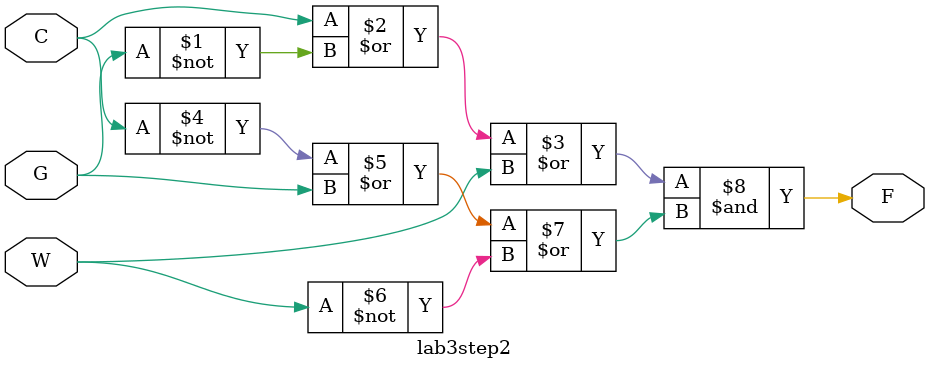
<source format=v>
module lab3step2 (F,C,W,G);
	input C,W,G;
	output F; 
	
	assign  F=((C|~G|W)&(~C|G|~W)); 
	
endmodule 

</source>
